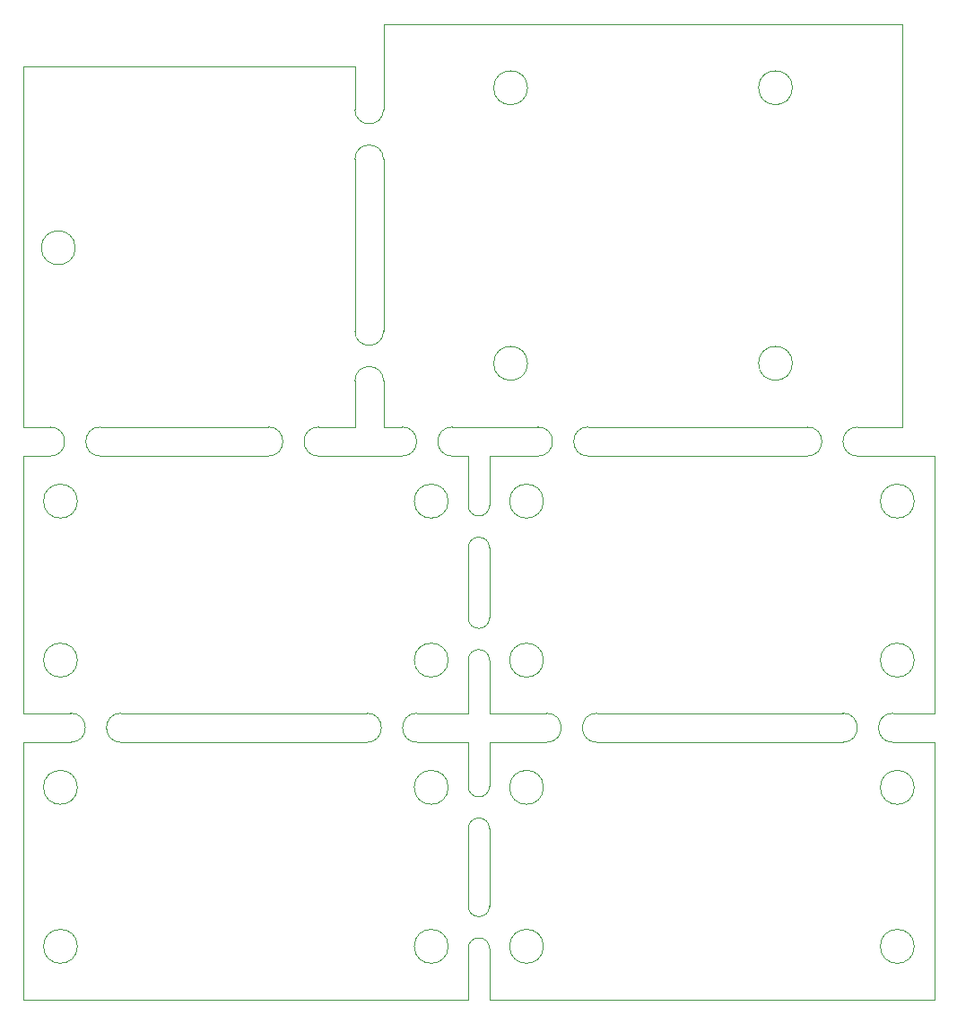
<source format=gbr>
%TF.GenerationSoftware,KiCad,Pcbnew,8.0.2*%
%TF.CreationDate,2024-05-05T14:43:23+02:00*%
%TF.ProjectId,Panelizacja 1,50616e65-6c69-47a6-9163-6a6120312e6b,rev?*%
%TF.SameCoordinates,Original*%
%TF.FileFunction,Profile,NP*%
%FSLAX46Y46*%
G04 Gerber Fmt 4.6, Leading zero omitted, Abs format (unit mm)*
G04 Created by KiCad (PCBNEW 8.0.2) date 2024-05-05 14:43:23*
%MOMM*%
%LPD*%
G01*
G04 APERTURE LIST*
%TA.AperFunction,Profile*%
%ADD10C,0.050000*%
%TD*%
%TA.AperFunction,Profile*%
%ADD11C,0.100000*%
%TD*%
G04 APERTURE END LIST*
D10*
X50000000Y-34050000D02*
X50000000Y-26000000D01*
X50000000Y-54950000D02*
X50000000Y-38750000D01*
X50000000Y-59650000D02*
X50000000Y-64000000D01*
X94750000Y-64000000D02*
X99000000Y-64000000D01*
X69325000Y-64000000D02*
X90000000Y-64000000D01*
X56500000Y-64000000D02*
X64575000Y-64000000D01*
X50000000Y-64000000D02*
X51750000Y-64000000D01*
X88600000Y-32000000D02*
G75*
G02*
X85400000Y-32000000I-1600000J0D01*
G01*
X85400000Y-32000000D02*
G75*
G02*
X88600000Y-32000000I1600000J0D01*
G01*
X63600000Y-32000000D02*
G75*
G02*
X60400000Y-32000000I-1600000J0D01*
G01*
X60400000Y-32000000D02*
G75*
G02*
X63600000Y-32000000I1600000J0D01*
G01*
X63600000Y-58000000D02*
G75*
G02*
X60400000Y-58000000I-1600000J0D01*
G01*
X60400000Y-58000000D02*
G75*
G02*
X63600000Y-58000000I1600000J0D01*
G01*
X88600000Y-58000000D02*
G75*
G02*
X85400000Y-58000000I-1600000J0D01*
G01*
X85400000Y-58000000D02*
G75*
G02*
X88600000Y-58000000I1600000J0D01*
G01*
X50000000Y-26000000D02*
X99000000Y-26000000D01*
X99000000Y-26000000D02*
X99000000Y-64000000D01*
X58000000Y-75400000D02*
X58000000Y-82000000D01*
X93350000Y-91000000D02*
G75*
G02*
X93350000Y-93750000I0J-1375000D01*
G01*
X50000000Y-54950000D02*
G75*
G02*
X47300000Y-54950000I-1350000J0D01*
G01*
X53175000Y-91000000D02*
X58000000Y-91000000D01*
D11*
X100100000Y-71000000D02*
G75*
G02*
X96900000Y-71000000I-1600000J0D01*
G01*
X96900000Y-71000000D02*
G75*
G02*
X100100000Y-71000000I1600000J0D01*
G01*
D10*
X58000000Y-113200000D02*
X58000000Y-118000000D01*
X16000000Y-64000000D02*
X18525000Y-64000000D01*
D11*
X100100000Y-86000000D02*
G75*
G02*
X96900000Y-86000000I-1600000J0D01*
G01*
X96900000Y-86000000D02*
G75*
G02*
X100100000Y-86000000I1600000J0D01*
G01*
D10*
X70150000Y-93750000D02*
X93350000Y-93750000D01*
X47300000Y-38750000D02*
X47300000Y-54950000D01*
D11*
X21100000Y-71000000D02*
G75*
G02*
X17900000Y-71000000I-1600000J0D01*
G01*
X17900000Y-71000000D02*
G75*
G02*
X21100000Y-71000000I1600000J0D01*
G01*
D10*
X43875000Y-66750000D02*
X51750000Y-66750000D01*
X47300000Y-59650000D02*
X47300000Y-64000000D01*
X65400000Y-93750000D02*
X60000000Y-93750000D01*
X58000000Y-118000000D02*
X16000000Y-118000000D01*
X94750000Y-66750000D02*
G75*
G02*
X94750000Y-64000000I0J1375000D01*
G01*
D11*
X21100000Y-98000000D02*
G75*
G02*
X17900000Y-98000000I-1600000J0D01*
G01*
X17900000Y-98000000D02*
G75*
G02*
X21100000Y-98000000I1600000J0D01*
G01*
D10*
X48425000Y-93750000D02*
X25225000Y-93750000D01*
X60000000Y-109200000D02*
G75*
G02*
X58000000Y-109200000I-1000000J0D01*
G01*
X20475000Y-93750000D02*
X16000000Y-93750000D01*
X18525000Y-66750000D02*
X16000000Y-66750000D01*
X60000000Y-113200000D02*
X60000000Y-118000000D01*
X58000000Y-113200000D02*
G75*
G02*
X60000000Y-113200000I1000000J0D01*
G01*
X90000000Y-66750000D02*
X69325000Y-66750000D01*
X43875000Y-64000000D02*
X47300000Y-64000000D01*
X58000000Y-66750000D02*
X58000000Y-71400000D01*
X60000000Y-71400000D02*
G75*
G02*
X58000000Y-71400000I-1000000J0D01*
G01*
X60000000Y-82000000D02*
G75*
G02*
X58000000Y-82000000I-1000000J0D01*
G01*
D11*
X65100000Y-71000000D02*
G75*
G02*
X61900000Y-71000000I-1600000J0D01*
G01*
X61900000Y-71000000D02*
G75*
G02*
X65100000Y-71000000I1600000J0D01*
G01*
X16000000Y-30000000D02*
X47300000Y-30000000D01*
X56100000Y-98000000D02*
G75*
G02*
X52900000Y-98000000I-1600000J0D01*
G01*
X52900000Y-98000000D02*
G75*
G02*
X56100000Y-98000000I1600000J0D01*
G01*
D10*
X23275000Y-66750000D02*
G75*
G02*
X23275000Y-64000000I0J1375000D01*
G01*
X58000000Y-93750000D02*
X53175000Y-93750000D01*
D11*
X65100000Y-113000000D02*
G75*
G02*
X61900000Y-113000000I-1600000J0D01*
G01*
X61900000Y-113000000D02*
G75*
G02*
X65100000Y-113000000I1600000J0D01*
G01*
D10*
X58000000Y-101900000D02*
X58000000Y-109200000D01*
D11*
X100100000Y-113000000D02*
G75*
G02*
X96900000Y-113000000I-1600000J0D01*
G01*
X96900000Y-113000000D02*
G75*
G02*
X100100000Y-113000000I1600000J0D01*
G01*
D10*
X47300000Y-59650000D02*
G75*
G02*
X50000000Y-59650000I1350000J0D01*
G01*
D11*
X21100000Y-113000000D02*
G75*
G02*
X17900000Y-113000000I-1600000J0D01*
G01*
X17900000Y-113000000D02*
G75*
G02*
X21100000Y-113000000I1600000J0D01*
G01*
X65100000Y-86000000D02*
G75*
G02*
X61900000Y-86000000I-1600000J0D01*
G01*
X61900000Y-86000000D02*
G75*
G02*
X65100000Y-86000000I1600000J0D01*
G01*
D10*
X25225000Y-93750000D02*
G75*
G02*
X25225000Y-91000000I0J1375000D01*
G01*
X65400000Y-91000000D02*
G75*
G02*
X65400000Y-93750000I0J-1375000D01*
G01*
D11*
X16000000Y-30000000D02*
X16000000Y-64000000D01*
D10*
X60000000Y-101900000D02*
X60000000Y-109200000D01*
X64575000Y-64000000D02*
G75*
G02*
X64575000Y-66750000I0J-1375000D01*
G01*
X60000000Y-93750000D02*
X60000000Y-97900000D01*
X51750000Y-64000000D02*
G75*
G02*
X51750000Y-66750000I0J-1375000D01*
G01*
X47300000Y-38750000D02*
G75*
G02*
X50000000Y-38750000I1350000J0D01*
G01*
X53175000Y-93750000D02*
G75*
G02*
X53175000Y-91000000I0J1375000D01*
G01*
X25225000Y-91000000D02*
X48425000Y-91000000D01*
D11*
X100100000Y-98000000D02*
G75*
G02*
X96900000Y-98000000I-1600000J0D01*
G01*
X96900000Y-98000000D02*
G75*
G02*
X100100000Y-98000000I1600000J0D01*
G01*
D10*
X23275000Y-64000000D02*
X39125000Y-64000000D01*
X16000000Y-118000000D02*
X16000000Y-93750000D01*
X65400000Y-91000000D02*
X60000000Y-91000000D01*
D11*
X56100000Y-113000000D02*
G75*
G02*
X52900000Y-113000000I-1600000J0D01*
G01*
X52900000Y-113000000D02*
G75*
G02*
X56100000Y-113000000I1600000J0D01*
G01*
D10*
X102000000Y-66750000D02*
X102000000Y-91000000D01*
X60000000Y-97900000D02*
G75*
G02*
X58000000Y-97900000I-1000000J0D01*
G01*
X39125000Y-64000000D02*
G75*
G02*
X39125000Y-66750000I0J-1375000D01*
G01*
X58000000Y-101900000D02*
G75*
G02*
X60000000Y-101900000I1000000J0D01*
G01*
X20475000Y-91000000D02*
G75*
G02*
X20475000Y-93750000I0J-1375000D01*
G01*
X23275000Y-66750000D02*
X39125000Y-66750000D01*
X48425000Y-91000000D02*
G75*
G02*
X48425000Y-93750000I0J-1375000D01*
G01*
X58000000Y-86000000D02*
X58000000Y-91000000D01*
X70150000Y-91000000D02*
X93350000Y-91000000D01*
X58000000Y-93750000D02*
X58000000Y-97900000D01*
X90000000Y-64000000D02*
G75*
G02*
X90000000Y-66750000I0J-1375000D01*
G01*
D11*
X21100000Y-86000000D02*
G75*
G02*
X17900000Y-86000000I-1600000J0D01*
G01*
X17900000Y-86000000D02*
G75*
G02*
X21100000Y-86000000I1600000J0D01*
G01*
D10*
X58000000Y-86000000D02*
G75*
G02*
X60000000Y-86000000I1000000J0D01*
G01*
X98100000Y-93750000D02*
G75*
G02*
X98100000Y-91000000I0J1375000D01*
G01*
X102000000Y-93750000D02*
X102000000Y-118000000D01*
D11*
X65100000Y-98000000D02*
G75*
G02*
X61900000Y-98000000I-1600000J0D01*
G01*
X61900000Y-98000000D02*
G75*
G02*
X65100000Y-98000000I1600000J0D01*
G01*
D10*
X98100000Y-91000000D02*
X102000000Y-91000000D01*
X64575000Y-66750000D02*
X60000000Y-66750000D01*
X16000000Y-91000000D02*
X16000000Y-66750000D01*
X43875000Y-66750000D02*
G75*
G02*
X43875000Y-64000000I0J1375000D01*
G01*
X56500000Y-66750000D02*
G75*
G02*
X56500000Y-64000000I0J1375000D01*
G01*
X69325000Y-66750000D02*
G75*
G02*
X69325000Y-64000000I0J1375000D01*
G01*
X58000000Y-75400000D02*
G75*
G02*
X60000000Y-75400000I1000000J0D01*
G01*
X18525000Y-64000000D02*
G75*
G02*
X18525000Y-66750000I0J-1375000D01*
G01*
X70150000Y-93750000D02*
G75*
G02*
X70150000Y-91000000I0J1375000D01*
G01*
X98100000Y-93750000D02*
X102000000Y-93750000D01*
X60000000Y-75400000D02*
X60000000Y-82000000D01*
X50000000Y-34050000D02*
G75*
G02*
X47300000Y-34050000I-1350000J0D01*
G01*
X47300000Y-34050000D02*
X47300000Y-30000000D01*
D11*
X56100000Y-71000000D02*
G75*
G02*
X52900000Y-71000000I-1600000J0D01*
G01*
X52900000Y-71000000D02*
G75*
G02*
X56100000Y-71000000I1600000J0D01*
G01*
D10*
X60000000Y-86000000D02*
X60000000Y-91000000D01*
D11*
X56100000Y-86000000D02*
G75*
G02*
X52900000Y-86000000I-1600000J0D01*
G01*
X52900000Y-86000000D02*
G75*
G02*
X56100000Y-86000000I1600000J0D01*
G01*
D10*
X102000000Y-66750000D02*
X94750000Y-66750000D01*
X102000000Y-118000000D02*
X60000000Y-118000000D01*
D11*
X20900000Y-47100000D02*
G75*
G02*
X17700000Y-47100000I-1600000J0D01*
G01*
X17700000Y-47100000D02*
G75*
G02*
X20900000Y-47100000I1600000J0D01*
G01*
D10*
X58000000Y-66750000D02*
X56500000Y-66750000D01*
X60000000Y-66750000D02*
X60000000Y-71400000D01*
X20475000Y-91000000D02*
X16000000Y-91000000D01*
M02*

</source>
